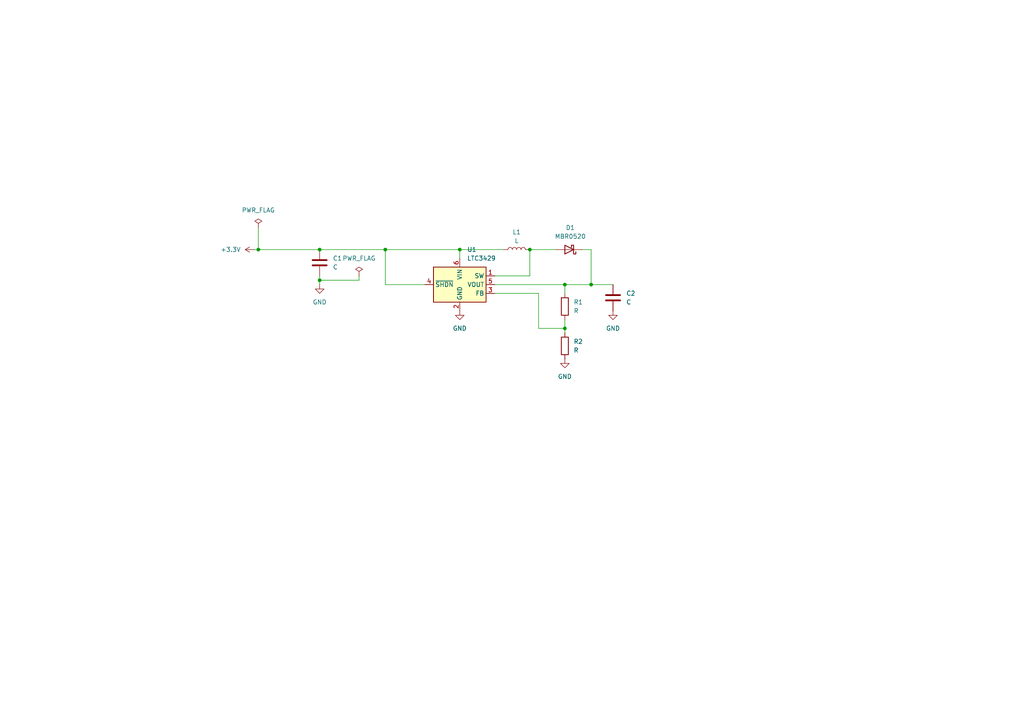
<source format=kicad_sch>
(kicad_sch (version 20250114) (generator "eeschema") (generator_version "9.0")
  (paper "A4")
  (lib_symbols
    (symbol "Device:C" (pin_numbers (hide yes)) (pin_names (offset 0.254))
      (property "Reference" "C" (at 0.635 2.54 0))
      (property "Value" "C" (at 0.635 -2.54 0))
      (symbol "C_0_1"
        (polyline (pts (xy -2.032 0.762) (xy 2.032 0.762)) (stroke (width 0.508)))
        (polyline (pts (xy -2.032 -0.762) (xy 2.032 -0.762)) (stroke (width 0.508)))
      )
      (symbol "C_1_1"
        (pin passive line (at 0 3.81 270) (length 2.794) (name "~") (number "1"))
        (pin passive line (at 0 -3.81 90) (length 2.794) (name "~") (number "2"))
      )
    )
    (symbol "Device:L" (pin_numbers (hide yes)) (pin_names (offset 1.016) (hide yes))
      (property "Reference" "L" (at -1.27 0 90))
      (property "Value" "L" (at 1.905 0 90))
      (symbol "L_0_1"
        (arc (start 0 2.54) (mid 0.6323 1.905) (end 0 1.27))
        (arc (start 0 1.27) (mid 0.6323 0.635) (end 0 0))
        (arc (start 0 0) (mid 0.6323 -0.635) (end 0 -1.27))
        (arc (start 0 -1.27) (mid 0.6323 -1.905) (end 0 -2.54))
      )
      (symbol "L_1_1"
        (pin passive line (at 0 3.81 270) (length 1.27) (name "1") (number "1"))
        (pin passive line (at 0 -3.81 90) (length 1.27) (name "2") (number "2"))
      )
    )
    (symbol "Device:R" (pin_numbers (hide yes)) (pin_names (offset 0))
      (property "Reference" "R" (at 2.032 0 90))
      (property "Value" "R" (at 0 0 90))
      (symbol "R_0_1"
        (rectangle (start -1.016 -2.54) (end 1.016 2.54) (stroke (width 0.254)))
      )
      (symbol "R_1_1"
        (pin passive line (at 0 3.81 270) (length 1.27) (name "~") (number "1"))
        (pin passive line (at 0 -3.81 90) (length 1.27) (name "~") (number "2"))
      )
    )
    (symbol "Diode:MBR0520" (pin_numbers (hide yes)) (pin_names (offset 1.016) (hide yes))
      (property "Reference" "D" (at 0 2.54 0))
      (property "Value" "MBR0520" (at 0 -2.54 0))
      (symbol "MBR0520_0_1"
        (polyline (pts (xy -1.905 0.635) (xy -1.905 1.27) (xy -1.27 1.27) (xy -1.27 -1.27) (xy -0.635 -1.27) (xy -0.635 -0.635)) (stroke (width 0.254)))
        (polyline (pts (xy 1.27 1.27) (xy 1.27 -1.27) (xy -1.27 0) (xy 1.27 1.27)) (stroke (width 0.254)))
        (polyline (pts (xy 1.27 0) (xy -1.27 0)))
      )
      (symbol "MBR0520_1_1"
        (pin passive line (at -3.81 0 0) (length 2.54) (name "K") (number "1"))
        (pin passive line (at 3.81 0 180) (length 2.54) (name "A") (number "2"))
      )
    )
    (symbol "Regulator_Switching:LTC3429"
      (property "Reference" "U" (at -6.35 6.35 0))
      (property "Value" "LTC3429" (at 5.08 6.35 0))
      (symbol "LTC3429_0_1"
        (rectangle (start -7.62 5.08) (end 7.62 -5.08) (stroke (width 0.254)) (fill (type background)))
      )
      (symbol "LTC3429_1_1"
        (pin input line (at -10.16 0 0) (length 2.54) (name "~{SHDN}") (number "4"))
        (pin power_in line (at 0 7.62 270) (length 2.54) (name "VIN") (number "6"))
        (pin power_in line (at 0 -7.62 90) (length 2.54) (name "GND") (number "2"))
        (pin input line (at 10.16 2.54 180) (length 2.54) (name "SW") (number "1"))
        (pin power_out line (at 10.16 0 180) (length 2.54) (name "VOUT") (number "5"))
        (pin input line (at 10.16 -2.54 180) (length 2.54) (name "FB") (number "3"))
      )
    )
    (symbol "power:+3.3V" (power) (pin_numbers (hide yes)) (pin_names (offset 0) (hide yes))
      (property "Value" "+3.3V" (at 0 3.556 0))
      (symbol "+3.3V_0_1"
        (polyline (pts (xy -0.762 1.27) (xy 0 2.54)))
        (polyline (pts (xy 0 2.54) (xy 0.762 1.27)))
        (polyline (pts (xy 0 0) (xy 0 2.54)))
      )
      (symbol "+3.3V_1_1"
        (pin power_in line (at 0 0 90) (length 0) (name "~") (number "1"))
      )
    )
    (symbol "power:GND" (power) (pin_numbers (hide yes)) (pin_names (offset 0) (hide yes))
      (property "Value" "GND" (at 0 -3.81 0))
      (symbol "GND_0_1"
        (polyline (pts (xy 0 0) (xy 0 -1.27) (xy 1.27 -1.27) (xy 0 -2.54) (xy -1.27 -1.27) (xy 0 -1.27)))
      )
      (symbol "GND_1_1"
        (pin power_in line (at 0 0 270) (length 0) (name "~") (number "1"))
      )
    )
    (symbol "power:PWR_FLAG" (power) (pin_numbers (hide yes)) (pin_names (offset 0) (hide yes))
      (property "Value" "PWR_FLAG" (at 0 3.81 0))
      (symbol "PWR_FLAG_0_0"
        (pin power_out line (at 0 0 90) (length 0) (name "~") (number "1"))
      )
      (symbol "PWR_FLAG_0_1"
        (polyline (pts (xy 0 0) (xy 0 1.27) (xy -1.016 1.905) (xy 0 2.54) (xy 1.016 1.905) (xy 0 1.27)))
      )
    )
  )
  (junction (at 163.83 95.25))
  (junction (at 92.71 81.28))
  (junction (at 171.45 82.55))
  (junction (at 74.93 72.39))
  (junction (at 163.83 82.55))
  (junction (at 111.76 72.39))
  (junction (at 153.67 72.39))
  (junction (at 92.71 72.39))
  (junction (at 133.35 72.39))
  (wire (pts (xy 143.51 85.09) (xy 156.21 85.09)))
  (wire (pts (xy 153.67 72.39) (xy 161.29 72.39)))
  (wire (pts (xy 133.35 72.39) (xy 133.35 74.93)))
  (wire (pts (xy 163.83 82.55) (xy 171.45 82.55)))
  (wire (pts (xy 111.76 72.39) (xy 133.35 72.39)))
  (wire (pts (xy 92.71 80.01) (xy 92.71 81.28)))
  (wire (pts (xy 104.14 81.28) (xy 92.71 81.28)))
  (wire (pts (xy 73.66 72.39) (xy 74.93 72.39)))
  (wire (pts (xy 163.83 92.71) (xy 163.83 95.25)))
  (wire (pts (xy 74.93 66.04) (xy 74.93 72.39)))
  (wire (pts (xy 111.76 72.39) (xy 111.76 82.55)))
  (wire (pts (xy 133.35 72.39) (xy 146.05 72.39)))
  (wire (pts (xy 163.83 95.25) (xy 163.83 96.52)))
  (wire (pts (xy 171.45 72.39) (xy 171.45 82.55)))
  (wire (pts (xy 171.45 82.55) (xy 177.8 82.55)))
  (wire (pts (xy 156.21 85.09) (xy 156.21 95.25)))
  (wire (pts (xy 156.21 95.25) (xy 163.83 95.25)))
  (wire (pts (xy 143.51 82.55) (xy 163.83 82.55)))
  (wire (pts (xy 163.83 82.55) (xy 163.83 85.09)))
  (wire (pts (xy 74.93 72.39) (xy 92.71 72.39)))
  (wire (pts (xy 111.76 82.55) (xy 123.19 82.55)))
  (wire (pts (xy 104.14 80.01) (xy 104.14 81.28)))
  (wire (pts (xy 92.71 81.28) (xy 92.71 82.55)))
  (wire (pts (xy 168.91 72.39) (xy 171.45 72.39)))
  (wire (pts (xy 153.67 72.39) (xy 153.67 80.01)))
  (wire (pts (xy 153.67 80.01) (xy 143.51 80.01)))
  (wire (pts (xy 92.71 72.39) (xy 111.76 72.39)))
  (symbol (lib_id "Regulator_Switching:LTC3429") (at 133.35 82.55 0) (unit 1)
    (property "Reference" "U1" (at 135.4933 72.39 0) (effects (justify left)))
    (property "Value" "LTC3429" (at 135.4933 74.93 0) (effects (justify left)))
    (property "Footprint" "Package_TO_SOT_SMD:TSOT-23-6" (effects (hide yes)))
    (property "Datasheet" "https://www.analog.com/media/en/technical-documentation/data-sheets/3429fa.pdf" (effects (hide yes)))
    (property "Description" "600mA, 500kHz Micropower Synchronous Boost Converter with Output Disconnect, TSOT-23-6" (effects (hide yes)))
  )
  (symbol (lib_id "Diode:MBR0520") (at 165.1 72.39 180) (unit 1)
    (property "Reference" "D1" (at 165.4175 66.04 0))
    (property "Value" "MBR0520" (at 165.4175 68.58 0))
    (property "Footprint" "Diode_SMD:D_SOD-123" (effects (hide yes)))
    (property "Datasheet" "http://www.mccsemi.com/up_pdf/MBR0520~MBR0580(SOD123).pdf" (effects (hide yes)))
    (property "Description" "20V 0.5A Schottky Power Rectifier Diode, SOD-123" (effects (hide yes)))
  )
  (symbol (lib_id "Device:C") (at 92.71 76.2 0) (unit 1)
    (property "Reference" "C1" (at 96.52 74.9299 0) (effects (justify left)))
    (property "Value" "C" (at 96.52 77.4699 0) (effects (justify left)))
    (property "Footprint" "Capacitor_THT:CP_Axial_L11.0mm_D6.0mm_P18.00mm_Horizontal" (effects (hide yes)))
    (property "Description" "Unpolarized capacitor" (effects (hide yes)))
  )
  (symbol (lib_id "Device:R") (at 163.83 88.9 0) (unit 1)
    (property "Reference" "R1" (at 166.37 87.6299 0) (effects (justify left)))
    (property "Value" "R" (at 166.37 90.1699 0) (effects (justify left)))
    (property "Footprint" "Resistor_THT:R_Axial_DIN0309_L9.0mm_D3.2mm_P20.32mm_Horizontal" (effects (hide yes)))
    (property "Description" "Resistor" (effects (hide yes)))
  )
  (symbol (lib_id "power:+3.3V") (at 73.66 72.39 90) (unit 1)
    (property "Reference" "#PWR01" (effects (hide yes)))
    (property "Value" "+3.3V" (at 69.85 72.3899 90) (effects (justify left)))
    (property "Description" "Power symbol creates a global label with name \"+3.3V\"" (effects (hide yes)))
  )
  (symbol (lib_id "Device:L") (at 149.86 72.39 90) (unit 1)
    (property "Reference" "L1" (at 149.86 67.31 90))
    (property "Value" "L" (at 149.86 69.85 90))
    (property "Footprint" "Inductor_THT:L_Axial_L5.3mm_D2.2mm_P7.62mm_Horizontal_Vishay_IM-1" (effects (hide yes)))
    (property "Description" "Inductor" (effects (hide yes)))
  )
  (symbol (lib_id "Device:C") (at 177.8 86.36 0) (unit 1)
    (property "Reference" "C2" (at 181.61 85.0899 0) (effects (justify left)))
    (property "Value" "C" (at 181.61 87.6299 0) (effects (justify left)))
    (property "Footprint" "Capacitor_THT:CP_Axial_L11.0mm_D6.0mm_P18.00mm_Horizontal" (effects (hide yes)))
    (property "Description" "Unpolarized capacitor" (effects (hide yes)))
  )
  (symbol (lib_id "power:PWR_FLAG") (at 74.93 66.04 0) (unit 1)
    (property "Reference" "#FLG01" (effects (hide yes)))
    (property "Value" "PWR_FLAG" (at 74.93 60.96 0))
    (property "Description" "Special symbol for telling ERC where power comes from" (effects (hide yes)))
  )
  (symbol (lib_id "power:GND") (at 133.35 90.17 0) (unit 1)
    (property "Reference" "#PWR03" (effects (hide yes)))
    (property "Value" "GND" (at 133.35 95.25 0))
    (property "Description" "Power symbol creates a global label with name \"GND\" , ground" (effects (hide yes)))
  )
  (symbol (lib_id "Device:R") (at 163.83 100.33 0) (unit 1)
    (property "Reference" "R2" (at 166.37 99.0599 0) (effects (justify left)))
    (property "Value" "R" (at 166.37 101.5999 0) (effects (justify left)))
    (property "Footprint" "Resistor_THT:R_Axial_DIN0309_L9.0mm_D3.2mm_P20.32mm_Horizontal" (effects (hide yes)))
    (property "Description" "Resistor" (effects (hide yes)))
  )
  (symbol (lib_id "power:GND") (at 92.71 82.55 0) (unit 1)
    (property "Reference" "#PWR02" (effects (hide yes)))
    (property "Value" "GND" (at 92.71 87.63 0))
    (property "Description" "Power symbol creates a global label with name \"GND\" , ground" (effects (hide yes)))
  )
  (symbol (lib_id "power:GND") (at 177.8 90.17 0) (unit 1)
    (property "Reference" "#PWR05" (effects (hide yes)))
    (property "Value" "GND" (at 177.8 95.25 0))
    (property "Description" "Power symbol creates a global label with name \"GND\" , ground" (effects (hide yes)))
  )
  (symbol (lib_id "power:PWR_FLAG") (at 104.14 80.01 0) (unit 1)
    (property "Reference" "#FLG02" (effects (hide yes)))
    (property "Value" "PWR_FLAG" (at 104.14 74.93 0))
    (property "Description" "Special symbol for telling ERC where power comes from" (effects (hide yes)))
  )
  (symbol (lib_id "power:GND") (at 163.83 104.14 0) (unit 1)
    (property "Reference" "#PWR04" (effects (hide yes)))
    (property "Value" "GND" (at 163.83 109.22 0))
    (property "Description" "Power symbol creates a global label with name \"GND\" , ground" (effects (hide yes)))
  )
)
</source>
